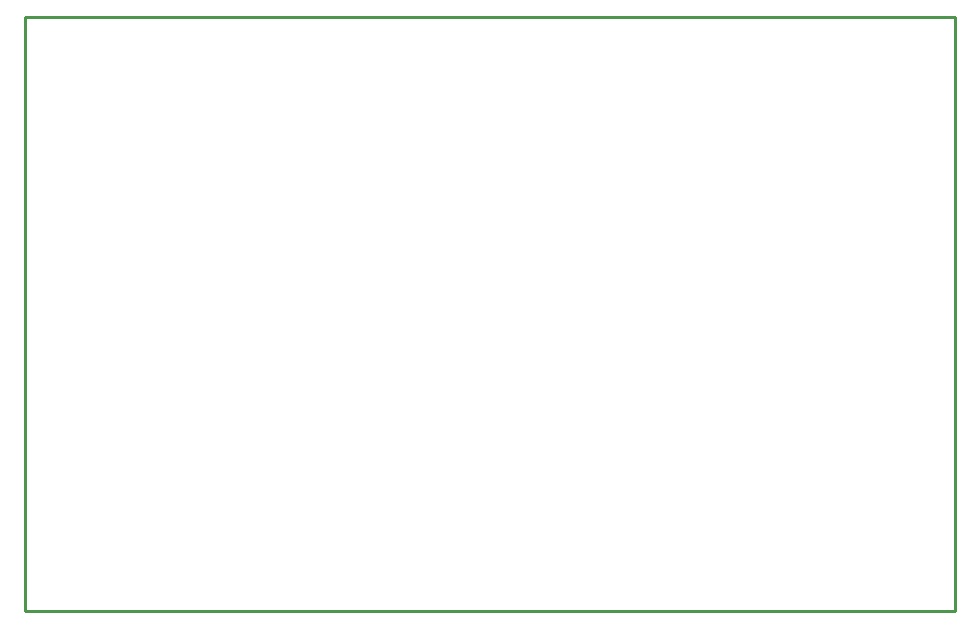
<source format=gko>
G04*
G04 #@! TF.GenerationSoftware,Altium Limited,Altium Designer,20.1.12 (249)*
G04*
G04 Layer_Color=16711935*
%FSLAX25Y25*%
%MOIN*%
G70*
G04*
G04 #@! TF.SameCoordinates,74AEBE94-157A-41FA-B5F8-CCC6D1A26549*
G04*
G04*
G04 #@! TF.FilePolarity,Positive*
G04*
G01*
G75*
%ADD11C,0.01000*%
D11*
X243500Y296500D02*
Y494500D01*
Y296500D02*
X553500D01*
X553500Y494500D02*
X553500Y296500D01*
X243500Y494500D02*
X553500D01*
M02*

</source>
